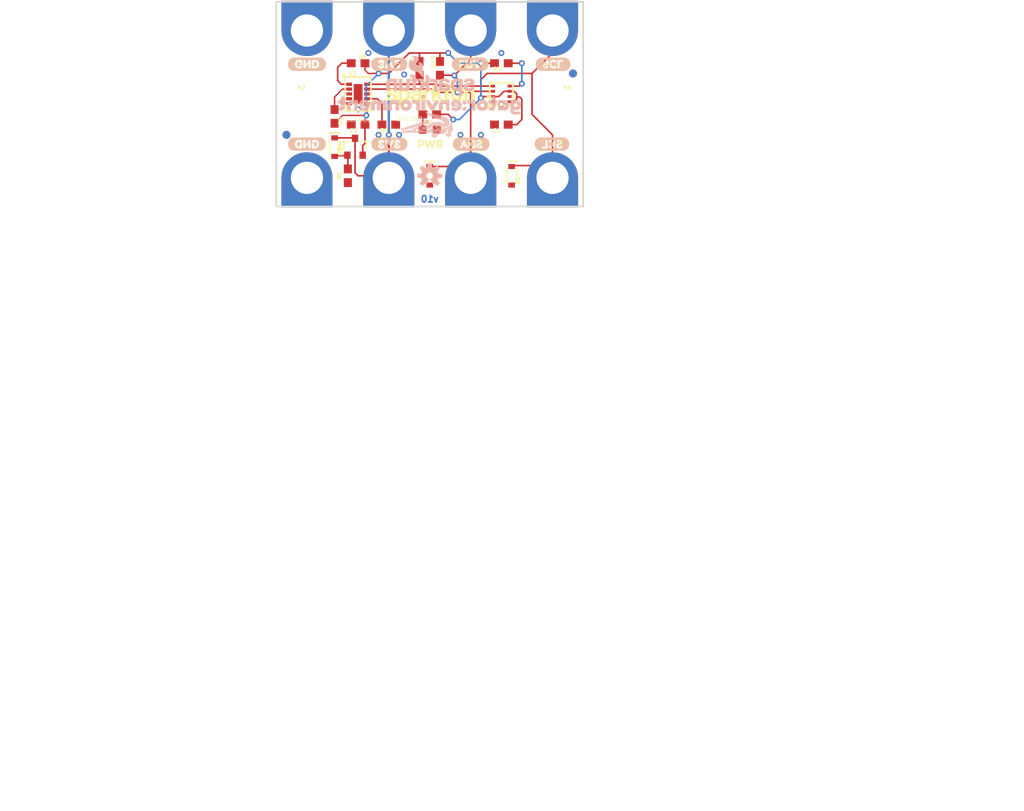
<source format=kicad_pcb>
(kicad_pcb (version 20211014) (generator pcbnew)
  (layers (0 "F.Cu" signal) (31 "B.Cu" signal) (34 "B.Paste" user) (35 "F.Paste" user) (36 "B.SilkS" user "B.Silkscreen") (37 "F.SilkS" user "F.Silkscreen") (38 "B.Mask" user) (39 "F.Mask" user) (44 "Edge.Cuts" user))
  (net 0 "")
  (net 1 "GND")
  (net 2 "SCL")
  (net 3 "SDA")
  (net 4 "3.3V")
  (net 5 "~{RST}")
  (net 6 "CCS811_ADDR")
  (net 7 "~{INT}")
  (net 8 "~{WAKE}")
  (net 9 "NTC_SENSE")
  (net 10 "SDO/ADR")
  (net 11 "N$2")
  (net 12 "N$3")
  (net 13 "N$4")
  (footprint "boardEagle:SCL2" (layer "F.Cu") (at 161.4551 109.9566)
    (fp_text reference "U$3" hide)
    (fp_text value "" hide)
  )
  (footprint "boardEagle:SCL2" (layer "F.Cu") (at 166.0271 100.0506 180)
    (fp_text reference "U$6" hide)
    (fp_text value "" hide)
  )
  (footprint "boardEagle:GATOR_MINI" (layer "F.Cu") (at 163.7411 113.8936)
    (fp_text reference "J1" hide)
    (fp_text value "GATORGATOR_MINI" hide)
    (fp_poly (pts (xy 0.703108 -2.842582) (xy 1.048702 -2.743018) (xy 1.377668 -2.606756) (xy 1.689309 -2.434518) (xy 1.979705 -2.228471) (xy 2.245205 -1.991205) (xy 2.482471 -1.725705) (xy 2.688518 -1.435309) (xy 2.860756 -1.123668) (xy 2.997018 -0.794702) (xy 3.095591 -0.452549) (xy 3.155235 -0.10151) (xy 3.175 0.250437) (xy 3.175 3.937) (xy -3.175 3.937) (xy -3.175 0.246868) (xy -3.096582 -0.449108) (xy -2.997018 -0.794702) (xy -2.860756 -1.123668) (xy -2.688518 -1.435309) (xy -2.482471 -1.725705) (xy -2.245205 -1.991205) (xy -1.979705 -2.228471) (xy -1.689309 -2.434518) (xy -1.377668 -2.606756) (xy -1.048702 -2.743018) (xy -0.706549 -2.841591) (xy -0.35551 -2.901235) (xy 0.003575 -2.921401)) (layer "F.Cu") (width 0) (fill solid))
    (fp_poly (pts (xy 0.703108 -2.842582) (xy 1.048702 -2.743018) (xy 1.377668 -2.606756) (xy 1.689309 -2.434518) (xy 1.979705 -2.228471) (xy 2.245205 -1.991205) (xy 2.482471 -1.725705) (xy 2.688518 -1.435309) (xy 2.860756 -1.123668) (xy 2.997018 -0.794702) (xy 3.095591 -0.452549) (xy 3.155235 -0.10151) (xy 3.175 0.250437) (xy 3.175 3.937) (xy -3.175 3.937) (xy -3.175 0.246868) (xy -3.096582 -0.449108) (xy -2.997018 -0.794702) (xy -2.860756 -1.123668) (xy -2.688518 -1.435309) (xy -2.482471 -1.725705) (xy -2.245205 -1.991205) (xy -1.979705 -2.228471) (xy -1.689309 -2.434518) (xy -1.377668 -2.606756) (xy -1.048702 -2.743018) (xy -0.706549 -2.841591) (xy -0.35551 -2.901235) (xy 0.003575 -2.921401)) (layer "B.Cu") (width 0) (fill solid))
    (pad "P$2" thru_hole circle (at 0 0.254) (size 5.08 5.08) (drill 4.0005) (layers *.Cu *.Mask) (net 2 "SCL"))
  )
  (footprint "boardEagle:SOD-323" (layer "F.Cu") (at 158.6611 113.8936 -90)
    (fp_text reference "D1" (at 0 -0.762 90) (layer "F.SilkS") (effects (font (size 0.512064 0.512064) (thickness 0.097536)) (justify right)))
    (fp_text value "3.6V")
    (pad "A" smd rect (at 1.15 0 270) (size 0.63 0.83) (layers "F.Cu" "F.Paste" "F.Mask") (net 1 "GND"))
    (pad "C" smd rect (at -1.15 0 270) (size 0.63 0.83) (layers "F.Cu" "F.Paste" "F.Mask") (net 2 "SCL"))
  )
  (footprint "boardEagle:0603" (layer "F.Cu") (at 143.4211 107.5436 180)
    (fp_text reference "R4" (at 0 -0.762) (layer "F.SilkS") (effects (font (size 0.512064 0.512064) (thickness 0.097536)) (justify right)))
    (fp_text value "100k")
    (pad "1" smd rect (at -0.85 0 180) (size 1.1 1) (layers "F.Cu" "F.Paste" "F.Mask") (net 1 "GND"))
    (pad "2" smd rect (at 0.85 0 180) (size 1.1 1) (layers "F.Cu" "F.Paste" "F.Mask") (net 8 "~{WAKE}"))
  )
  (footprint "boardEagle:FIDUCIAL-1X2" (layer "F.Cu") (at 166.2811 101.1936)
    (fp_text reference "FD1" hide)
    (fp_text value "FIDUCIAL1X2" hide)
    (pad "1" smd roundrect (at 0 0) (size 1 1) (layers "F.Cu" "F.Mask") (roundrect_rratio 0.5))
  )
  (footprint "boardEagle:SOD-323" (layer "F.Cu") (at 136.6901 110.3376 -90)
    (fp_text reference "D3" (at 0 -0.762 90) (layer "F.SilkS") (effects (font (size 0.512064 0.512064) (thickness 0.097536)) (justify right)))
    (fp_text value "3.6V")
    (pad "A" smd rect (at 1.15 0 270) (size 0.63 0.83) (layers "F.Cu" "F.Paste" "F.Mask") (net 13 "N$4"))
    (pad "C" smd rect (at -1.15 0 270) (size 0.63 0.83) (layers "F.Cu" "F.Paste" "F.Mask") (net 12 "N$3"))
  )
  (footprint "boardEagle:0603" (layer "F.Cu") (at 139.6111 99.9236)
    (fp_text reference "R6" (at 0 -0.762) (layer "F.SilkS") (effects (font (size 0.512064 0.512064) (thickness 0.097536)) (justify left)))
    (fp_text value "100k")
    (pad "1" smd rect (at -0.85 0) (size 1.1 1) (layers "F.Cu" "F.Paste" "F.Mask") (net 6 "CCS811_ADDR"))
    (pad "2" smd rect (at 0.85 0) (size 1.1 1) (layers "F.Cu" "F.Paste" "F.Mask") (net 4 "3.3V"))
  )
  (footprint "boardEagle:3V33" (layer "F.Cu") (at 141.1351 109.9566)
    (fp_text reference "U$1" hide)
    (fp_text value "" hide)
  )
  (footprint "boardEagle:PWR0" (layer "F.Cu") (at 146.0881 109.9566)
    (fp_text reference "U$18" hide)
    (fp_text value "" hide)
  )
  (footprint "boardEagle:SDA1" (layer "F.Cu") (at 151.2951 109.9566)
    (fp_text reference "U$4" hide)
    (fp_text value "" hide)
  )
  (footprint "boardEagle:GATOR_MINI" (layer "F.Cu") (at 153.5811 113.8936)
    (fp_text reference "J2" hide)
    (fp_text value "GATORGATOR_MINI" hide)
    (fp_poly (pts (xy 0.703108 -2.842582) (xy 1.048702 -2.743018) (xy 1.377668 -2.606756) (xy 1.689309 -2.434518) (xy 1.979705 -2.228471) (xy 2.245205 -1.991205) (xy 2.482471 -1.725705) (xy 2.688518 -1.435309) (xy 2.860756 -1.123668) (xy 2.997018 -0.794702) (xy 3.095591 -0.452549) (xy 3.155235 -0.10151) (xy 3.175 0.250437) (xy 3.175 3.937) (xy -3.175 3.937) (xy -3.175 0.246868) (xy -3.096582 -0.449108) (xy -2.997018 -0.794702) (xy -2.860756 -1.123668) (xy -2.688518 -1.435309) (xy -2.482471 -1.725705) (xy -2.245205 -1.991205) (xy -1.979705 -2.228471) (xy -1.689309 -2.434518) (xy -1.377668 -2.606756) (xy -1.048702 -2.743018) (xy -0.706549 -2.841591) (xy -0.35551 -2.901235) (xy 0.003575 -2.921401)) (layer "F.Cu") (width 0) (fill solid))
    (fp_poly (pts (xy 0.703108 -2.842582) (xy 1.048702 -2.743018) (xy 1.377668 -2.606756) (xy 1.689309 -2.434518) (xy 1.979705 -2.228471) (xy 2.245205 -1.991205) (xy 2.482471 -1.725705) (xy 2.688518 -1.435309) (xy 2.860756 -1.123668) (xy 2.997018 -0.794702) (xy 3.095591 -0.452549) (xy 3.155235 -0.10151) (xy 3.175 0.250437) (xy 3.175 3.937) (xy -3.175 3.937) (xy -3.175 0.246868) (xy -3.096582 -0.449108) (xy -2.997018 -0.794702) (xy -2.860756 -1.123668) (xy -2.688518 -1.435309) (xy -2.482471 -1.725705) (xy -2.245205 -1.991205) (xy -1.979705 -2.228471) (xy -1.689309 -2.434518) (xy -1.377668 -2.606756) (xy -1.048702 -2.743018) (xy -0.706549 -2.841591) (xy -0.35551 -2.901235) (xy 0.003575 -2.921401)) (layer "B.Cu") (width 0) (fill solid))
    (pad "P$2" thru_hole circle (at 0 0.254) (size 5.08 5.08) (drill 4.0005) (layers *.Cu *.Mask) (net 3 "SDA"))
  )
  (footprint "boardEagle:GATOR_MINI" (layer "F.Cu") (at 143.4211 113.8936)
    (fp_text reference "J3" hide)
    (fp_text value "GATORGATOR_MINI" hide)
    (fp_poly (pts (xy 0.703108 -2.842582) (xy 1.048702 -2.743018) (xy 1.377668 -2.606756) (xy 1.689309 -2.434518) (xy 1.979705 -2.228471) (xy 2.245205 -1.991205) (xy 2.482471 -1.725705) (xy 2.688518 -1.435309) (xy 2.860756 -1.123668) (xy 2.997018 -0.794702) (xy 3.095591 -0.452549) (xy 3.155235 -0.10151) (xy 3.175 0.250437) (xy 3.175 3.937) (xy -3.175 3.937) (xy -3.175 0.246868) (xy -3.096582 -0.449108) (xy -2.997018 -0.794702) (xy -2.860756 -1.123668) (xy -2.688518 -1.435309) (xy -2.482471 -1.725705) (xy -2.245205 -1.991205) (xy -1.979705 -2.228471) (xy -1.689309 -2.434518) (xy -1.377668 -2.606756) (xy -1.048702 -2.743018) (xy -0.706549 -2.841591) (xy -0.35551 -2.901235) (xy 0.003575 -2.921401)) (layer "F.Cu") (width 0) (fill solid))
    (fp_poly (pts (xy 0.703108 -2.842582) (xy 1.048702 -2.743018) (xy 1.377668 -2.606756) (xy 1.689309 -2.434518) (xy 1.979705 -2.228471) (xy 2.245205 -1.991205) (xy 2.482471 -1.725705) (xy 2.688518 -1.435309) (xy 2.860756 -1.123668) (xy 2.997018 -0.794702) (xy 3.095591 -0.452549) (xy 3.155235 -0.10151) (xy 3.175 0.250437) (xy 3.175 3.937) (xy -3.175 3.937) (xy -3.175 0.246868) (xy -3.096582 -0.449108) (xy -2.997018 -0.794702) (xy -2.860756 -1.123668) (xy -2.688518 -1.435309) (xy -2.482471 -1.725705) (xy -2.245205 -1.991205) (xy -1.979705 -2.228471) (xy -1.689309 -2.434518) (xy -1.377668 -2.606756) (xy -1.048702 -2.743018) (xy -0.706549 -2.841591) (xy -0.35551 -2.901235) (xy 0.003575 -2.921401)) (layer "B.Cu") (width 0) (fill solid))
    (pad "P$2" thru_hole circle (at 0 0.254) (size 5.08 5.08) (drill 4.0005) (layers *.Cu *.Mask) (net 12 "N$3"))
  )
  (footprint "boardEagle:GATOR_MINI" (layer "F.Cu") (at 133.2611 113.8936)
    (fp_text reference "J4" hide)
    (fp_text value "GATORGATOR_MINI" hide)
    (fp_poly (pts (xy 0.703108 -2.842582) (xy 1.048702 -2.743018) (xy 1.377668 -2.606756) (xy 1.689309 -2.434518) (xy 1.979705 -2.228471) (xy 2.245205 -1.991205) (xy 2.482471 -1.725705) (xy 2.688518 -1.435309) (xy 2.860756 -1.123668) (xy 2.997018 -0.794702) (xy 3.095591 -0.452549) (xy 3.155235 -0.10151) (xy 3.175 0.250437) (xy 3.175 3.937) (xy -3.175 3.937) (xy -3.175 0.246868) (xy -3.096582 -0.449108) (xy -2.997018 -0.794702) (xy -2.860756 -1.123668) (xy -2.688518 -1.435309) (xy -2.482471 -1.725705) (xy -2.245205 -1.991205) (xy -1.979705 -2.228471) (xy -1.689309 -2.434518) (xy -1.377668 -2.606756) (xy -1.048702 -2.743018) (xy -0.706549 -2.841591) (xy -0.35551 -2.901235) (xy 0.003575 -2.921401)) (layer "F.Cu") (width 0) (fill solid))
    (fp_poly (pts (xy 0.703108 -2.842582) (xy 1.048702 -2.743018) (xy 1.377668 -2.606756) (xy 1.689309 -2.434518) (xy 1.979705 -2.228471) (xy 2.245205 -1.991205) (xy 2.482471 -1.725705) (xy 2.688518 -1.435309) (xy 2.860756 -1.123668) (xy 2.997018 -0.794702) (xy 3.095591 -0.452549) (xy 3.155235 -0.10151) (xy 3.175 0.250437) (xy 3.175 3.937) (xy -3.175 3.937) (xy -3.175 0.246868) (xy -3.096582 -0.449108) (xy -2.997018 -0.794702) (xy -2.860756 -1.123668) (xy -2.688518 -1.435309) (xy -2.482471 -1.725705) (xy -2.245205 -1.991205) (xy -1.979705 -2.228471) (xy -1.689309 -2.434518) (xy -1.377668 -2.606756) (xy -1.048702 -2.743018) (xy -0.706549 -2.841591) (xy -0.35551 -2.901235) (xy 0.003575 -2.921401)) (layer "B.Cu") (width 0) (fill solid))
    (pad "P$2" thru_hole circle (at 0 0.254) (size 5.08 5.08) (drill 4.0005) (layers *.Cu *.Mask) (net 1 "GND"))
  )
  (footprint "boardEagle:SOD-323" (layer "F.Cu") (at 148.5011 113.8936 -90)
    (fp_text reference "D2" (at 0 -0.762 90) (layer "F.SilkS") (effects (font (size 0.512064 0.512064) (thickness 0.097536)) (justify right)))
    (fp_text value "3.6V")
    (pad "A" smd rect (at 1.15 0 270) (size 0.63 0.83) (layers "F.Cu" "F.Paste" "F.Mask") (net 1 "GND"))
    (pad "C" smd rect (at -1.15 0 270) (size 0.63 0.83) (layers "F.Cu" "F.Paste" "F.Mask") (net 3 "SDA"))
  )
  (footprint "boardEagle:GATOR_MINI" (layer "F.Cu") (at 153.5811 96.1136 180)
    (fp_text reference "J7" hide)
    (fp_text value "GATORGATOR_MINI" hide)
    (fp_poly (pts (xy 0.703108 -2.842582) (xy 1.048702 -2.743018) (xy 1.377668 -2.606756) (xy 1.689309 -2.434518) (xy 1.979705 -2.228471) (xy 2.245205 -1.991205) (xy 2.482471 -1.725705) (xy 2.688518 -1.435309) (xy 2.860756 -1.123668) (xy 2.997018 -0.794702) (xy 3.095591 -0.452549) (xy 3.155235 -0.10151) (xy 3.175 0.250437) (xy 3.175 3.937) (xy -3.175 3.937) (xy -3.175 0.246868) (xy -3.096582 -0.449108) (xy -2.997018 -0.794702) (xy -2.860756 -1.123668) (xy -2.688518 -1.435309) (xy -2.482471 -1.725705) (xy -2.245205 -1.991205) (xy -1.979705 -2.228471) (xy -1.689309 -2.434518) (xy -1.377668 -2.606756) (xy -1.048702 -2.743018) (xy -0.706549 -2.841591) (xy -0.35551 -2.901235) (xy 0.003575 -2.921401)) (layer "F.Cu") (width 0) (fill solid))
    (fp_poly (pts (xy 0.703108 -2.842582) (xy 1.048702 -2.743018) (xy 1.377668 -2.606756) (xy 1.689309 -2.434518) (xy 1.979705 -2.228471) (xy 2.245205 -1.991205) (xy 2.482471 -1.725705) (xy 2.688518 -1.435309) (xy 2.860756 -1.123668) (xy 2.997018 -0.794702) (xy 3.095591 -0.452549) (xy 3.155235 -0.10151) (xy 3.175 0.250437) (xy 3.175 3.937) (xy -3.175 3.937) (xy -3.175 0.246868) (xy -3.096582 -0.449108) (xy -2.997018 -0.794702) (xy -2.860756 -1.123668) (xy -2.688518 -1.435309) (xy -2.482471 -1.725705) (xy -2.245205 -1.991205) (xy -1.979705 -2.228471) (xy -1.689309 -2.434518) (xy -1.377668 -2.606756) (xy -1.048702 -2.743018) (xy -0.706549 -2.841591) (xy -0.35551 -2.901235) (xy 0.003575 -2.921401)) (layer "B.Cu") (width 0) (fill solid))
    (pad "P$2" thru_hole circle (at 0 0.254 180) (size 5.08 5.08) (drill 4.0005) (layers *.Cu *.Mask) (net 3 "SDA"))
  )
  (footprint "boardEagle:GND0" (layer "F.Cu") (at 135.6741 100.0506 180)
    (fp_text reference "U$7" hide)
    (fp_text value "" hide)
  )
  (footprint "boardEagle:STAND-OFF" (layer "F.Cu") (at 131.9911 105.0036)
    (fp_text reference "H2" (at 0 -2.032) (layer "F.SilkS") (effects (font (size 0.512064 0.512064) (thickness 0.097536)) (justify left)))
    (fp_text value "STAND-OFF")
    (pad "" np_thru_hole circle (at 0 0) (size 3.302 3.302) (drill 3.302) (layers *.Cu *.Mask))
  )
  (footprint "boardEagle:GATOR_MINI" (layer "F.Cu") (at 133.2611 96.1136 180)
    (fp_text reference "J5" hide)
    (fp_text value "GATORGATOR_MINI" hide)
    (fp_poly (pts (xy 0.703108 -2.842582) (xy 1.048702 -2.743018) (xy 1.377668 -2.606756) (xy 1.689309 -2.434518) (xy 1.979705 -2.228471) (xy 2.245205 -1.991205) (xy 2.482471 -1.725705) (xy 2.688518 -1.435309) (xy 2.860756 -1.123668) (xy 2.997018 -0.794702) (xy 3.095591 -0.452549) (xy 3.155235 -0.10151) (xy 3.175 0.250437) (xy 3.175 3.937) (xy -3.175 3.937) (xy -3.175 0.246868) (xy -3.096582 -0.449108) (xy -2.997018 -0.794702) (xy -2.860756 -1.123668) (xy -2.688518 -1.435309) (xy -2.482471 -1.725705) (xy -2.245205 -1.991205) (xy -1.979705 -2.228471) (xy -1.689309 -2.434518) (xy -1.377668 -2.606756) (xy -1.048702 -2.743018) (xy -0.706549 -2.841591) (xy -0.35551 -2.901235) (xy 0.003575 -2.921401)) (layer "F.Cu") (width 0) (fill solid))
    (fp_poly (pts (xy 0.703108 -2.842582) (xy 1.048702 -2.743018) (xy 1.377668 -2.606756) (xy 1.689309 -2.434518) (xy 1.979705 -2.228471) (xy 2.245205 -1.991205) (xy 2.482471 -1.725705) (xy 2.688518 -1.435309) (xy 2.860756 -1.123668) (xy 2.997018 -0.794702) (xy 3.095591 -0.452549) (xy 3.155235 -0.10151) (xy 3.175 0.250437) (xy 3.175 3.937) (xy -3.175 3.937) (xy -3.175 0.246868) (xy -3.096582 -0.449108) (xy -2.997018 -0.794702) (xy -2.860756 -1.123668) (xy -2.688518 -1.435309) (xy -2.482471 -1.725705) (xy -2.245205 -1.991205) (xy -1.979705 -2.228471) (xy -1.689309 -2.434518) (xy -1.377668 -2.606756) (xy -1.048702 -2.743018) (xy -0.706549 -2.841591) (xy -0.35551 -2.901235) (xy 0.003575 -2.921401)) (layer "B.Cu") (width 0) (fill solid))
    (pad "P$2" thru_hole circle (at 0 0.254 180) (size 5.08 5.08) (drill 4.0005) (layers *.Cu *.Mask) (net 1 "GND"))
  )
  (footprint "boardEagle:0603" (layer "F.Cu") (at 149.7711 100.5586 90)
    (fp_text reference "R13" (at 0 -0.762 90) (layer "F.SilkS") (effects (font (size 0.512064 0.512064) (thickness 0.097536)) (justify left)))
    (fp_text value "10k")
    (pad "1" smd rect (at -0.85 0 90) (size 1.1 1) (layers "F.Cu" "F.Paste" "F.Mask") (net 3 "SDA"))
    (pad "2" smd rect (at 0.85 0 90) (size 1.1 1) (layers "F.Cu" "F.Paste" "F.Mask") (net 4 "3.3V"))
  )
  (footprint "boardEagle:SOT23-3" (layer "F.Cu") (at 139.2301 110.3376)
    (fp_text reference "Q1" (at -1.651 0 90) (layer "F.SilkS") (effects (font (size 0.48768 0.48768) (thickness 0.12192)) (justify bottom)))
    (fp_text value "2.5A/30V/105mΩ")
    (pad "1" smd rect (at -0.95 1) (size 0.8 0.9) (layers "F.Cu" "F.Paste" "F.Mask") (net 13 "N$4"))
    (pad "2" smd rect (at 0.95 1) (size 0.8 0.9) (layers "F.Cu" "F.Paste" "F.Mask") (net 4 "3.3V"))
    (pad "3" smd rect (at 0 -1.1) (size 0.8 0.9) (layers "F.Cu" "F.Paste" "F.Mask") (net 12 "N$3"))
  )
  (footprint "boardEagle:LED-0603" (layer "F.Cu") (at 148.5011 108.1786)
    (fp_text reference "D4" (at 0 -0.635) (layer "F.SilkS") (effects (font (size 0.48768 0.48768) (thickness 0.12192)) (justify bottom)))
    (fp_text value "RED")
    (pad "A" smd roundrect (at -0.877 0 270) (size 1 1) (layers "F.Cu" "F.Paste" "F.Mask") (roundrect_rratio 0.15) (net 11 "N$2"))
    (pad "C" smd roundrect (at 0.877 0 270) (size 1 1) (layers "F.Cu" "F.Paste" "F.Mask") (roundrect_rratio 0.15) (net 1 "GND"))
  )
  (footprint "boardEagle:3V33" (layer "F.Cu") (at 145.8341 100.0506 180)
    (fp_text reference "U$8" hide)
    (fp_text value "" hide)
  )
  (footprint "boardEagle:0603" (layer "F.Cu") (at 157.3911 107.5436 180)
    (fp_text reference "C1" (at 0 -0.762) (layer "F.SilkS") (effects (font (size 0.512064 0.512064) (thickness 0.097536)) (justify right)))
    (fp_text value "0.1uF")
    (pad "1" smd rect (at -0.85 0 180) (size 1.1 1) (layers "F.Cu" "F.Paste" "F.Mask") (net 4 "3.3V"))
    (pad "2" smd rect (at 0.85 0 180) (size 1.1 1) (layers "F.Cu" "F.Paste" "F.Mask") (net 1 "GND"))
  )
  (footprint "boardEagle:0603" (layer "F.Cu") (at 138.3411 113.8936 90)
    (fp_text reference "R5" (at 0 -0.762 90) (layer "F.SilkS") (effects (font (size 0.48768 0.48768) (thickness 0.12192)) (justify bottom)))
    (fp_text value "10k")
    (pad "1" smd rect (at -0.85 0 90) (size 1.1 1) (layers "F.Cu" "F.Paste" "F.Mask") (net 1 "GND"))
    (pad "2" smd rect (at 0.85 0 90) (size 1.1 1) (layers "F.Cu" "F.Paste" "F.Mask") (net 13 "N$4"))
  )
  (footprint "boardEagle:GATOR_MINI" (layer "F.Cu") (at 143.4211 96.1136 180)
    (fp_text reference "J6" hide)
    (fp_text value "GATORGATOR_MINI" hide)
    (fp_poly (pts (xy 0.703108 -2.842582) (xy 1.048702 -2.743018) (xy 1.377668 -2.606756) (xy 1.689309 -2.434518) (xy 1.979705 -2.228471) (xy 2.245205 -1.991205) (xy 2.482471 -1.725705) (xy 2.688518 -1.435309) (xy 2.860756 -1.123668) (xy 2.997018 -0.794702) (xy 3.095591 -0.452549) (xy 3.155235 -0.10151) (xy 3.175 0.250437) (xy 3.175 3.937) (xy -3.175 3.937) (xy -3.175 0.246868) (xy -3.096582 -0.449108) (xy -2.997018 -0.794702) (xy -2.860756 -1.123668) (xy -2.688518 -1.435309) (xy -2.482471 -1.725705) (xy -2.245205 -1.991205) (xy -1.979705 -2.228471) (xy -1.689309 -2.434518) (xy -1.377668 -2.606756) (xy -1.048702 -2.743018) (xy -0.706549 -2.841591) (xy -0.35551 -2.901235) (xy 0.003575 -2.921401)) (layer "F.Cu") (width 0) (fill solid))
    (fp_poly (pts (xy 0.703108 -2.842582) (xy 1.048702 -2.743018) (xy 1.377668 -2.606756) (xy 1.689309 -2.434518) (xy 1.979705 -2.228471) (xy 2.245205 -1.991205) (xy 2.482471 -1.725705) (xy 2.688518 -1.435309) (xy 2.860756 -1.123668) (xy 2.997018 -0.794702) (xy 3.095591 -0.452549) (xy 3.155235 -0.10151) (xy 3.175 0.250437) (xy 3.175 3.937) (xy -3.175 3.937) (xy -3.175 0.246868) (xy -3.096582 -0.449108) (xy -2.997018 -0.794702) (xy -2.860756 -1.123668) (xy -2.688518 -1.435309) (xy -2.482471 -1.725705) (xy -2.245205 -1.991205) (xy -1.979705 -2.228471) (xy -1.689309 -2.434518) (xy -1.377668 -2.606756) (xy -1.048702 -2.743018) (xy -0.706549 -2.841591) (xy -0.35551 -2.901235) (xy 0.003575 -2.921401)) (layer "B.Cu") (width 0) (fill solid))
    (pad "P$2" thru_hole circle (at 0 0.254 180) (size 5.08 5.08) (drill 4.0005) (layers *.Cu *.Mask) (net 12 "N$3"))
  )
  (footprint "boardEagle:FIDUCIAL-1X2" (layer "F.Cu") (at 130.7211 108.8136)
    (fp_text reference "FD2" hide)
    (fp_text value "FIDUCIAL1X2" hide)
    (pad "1" smd roundrect (at 0 0) (size 1 1) (layers "F.Cu" "F.Mask") (roundrect_rratio 0.5))
  )
  (footprint "boardEagle:0603" (layer "F.Cu") (at 147.2311 100.5586 90)
    (fp_text reference "R14" (at 0 -0.762 90) (layer "F.SilkS") (effects (font (size 0.512064 0.512064) (thickness 0.097536)) (justify left)))
    (fp_text value "10k")
    (pad "1" smd rect (at -0.85 0 90) (size 1.1 1) (layers "F.Cu" "F.Paste" "F.Mask") (net 2 "SCL"))
    (pad "2" smd rect (at 0.85 0 90) (size 1.1 1) (layers "F.Cu" "F.Paste" "F.Mask") (net 4 "3.3V"))
  )
  (footprint "boardEagle:GATOR_MINI" (layer "F.Cu") (at 163.7411 96.1136 180)
    (fp_text reference "J8" hide)
    (fp_text value "GATORGATOR_MINI" hide)
    (fp_poly (pts (xy 0.703108 -2.842582) (xy 1.048702 -2.743018) (xy 1.377668 -2.606756) (xy 1.689309 -2.434518) (xy 1.979705 -2.228471) (xy 2.245205 -1.991205) (xy 2.482471 -1.725705) (xy 2.688518 -1.435309) (xy 2.860756 -1.123668) (xy 2.997018 -0.794702) (xy 3.095591 -0.452549) (xy 3.155235 -0.10151) (xy 3.175 0.250437) (xy 3.175 3.937) (xy -3.175 3.937) (xy -3.175 0.246868) (xy -3.096582 -0.449108) (xy -2.997018 -0.794702) (xy -2.860756 -1.123668) (xy -2.688518 -1.435309) (xy -2.482471 -1.725705) (xy -2.245205 -1.991205) (xy -1.979705 -2.228471) (xy -1.689309 -2.434518) (xy -1.377668 -2.606756) (xy -1.048702 -2.743018) (xy -0.706549 -2.841591) (xy -0.35551 -2.901235) (xy 0.003575 -2.921401)) (layer "F.Cu") (width 0) (fill solid))
    (fp_poly (pts (xy 0.703108 -2.842582) (xy 1.048702 -2.743018) (xy 1.377668 -2.606756) (xy 1.689309 -2.434518) (xy 1.979705 -2.228471) (xy 2.245205 -1.991205) (xy 2.482471 -1.725705) (xy 2.688518 -1.435309) (xy 2.860756 -1.123668) (xy 2.997018 -0.794702) (xy 3.095591 -0.452549) (xy 3.155235 -0.10151) (xy 3.175 0.250437) (xy 3.175 3.937) (xy -3.175 3.937) (xy -3.175 0.246868) (xy -3.096582 -0.449108) (xy -2.997018 -0.794702) (xy -2.860756 -1.123668) (xy -2.688518 -1.435309) (xy -2.482471 -1.725705) (xy -2.245205 -1.991205) (xy -1.979705 -2.228471) (xy -1.689309 -2.434518) (xy -1.377668 -2.606756) (xy -1.048702 -2.743018) (xy -0.706549 -2.841591) (xy -0.35551 -2.901235) (xy 0.003575 -2.921401)) (layer "B.Cu") (width 0) (fill solid))
    (pad "P$2" thru_hole circle (at 0 0.254 180) (size 5.08 5.08) (drill 4.0005) (layers *.Cu *.Mask) (net 2 "SCL"))
  )
  (footprint "boardEagle:SDA1" (layer "F.Cu") (at 155.8671 100.0506 180)
    (fp_text reference "U$5" hide)
    (fp_text value "" hide)
  )
  (footprint "boardEagle:GND0" (layer "F.Cu") (at 130.8481 109.9566)
    (fp_text reference "U$2" hide)
    (fp_text value "" hide)
  )
  (footprint "boardEagle:LGA-8-2.5X2.5" (layer "F.Cu") (at 157.3911 103.7336 90)
    (fp_text reference "U3" (at -1.27 -1.524 90) (layer "F.SilkS") (effects (font (size 0.512064 0.512064) (thickness 0.097536)) (justify left)))
    (fp_text value "BME280")
    (pad "1" smd rect (at -0.975 -1.025 180) (size 0.5 0.35) (layers "F.Cu" "F.Paste" "F.Mask") (net 1 "GND"))
    (pad "2" smd rect (at -0.325 -1.025 180) (size 0.5 0.35) (layers "F.Cu" "F.Paste" "F.Mask") (net 4 "3.3V"))
    (pad "3" smd rect (at 0.325 -1.025 180) (size 0.5 0.35) (layers "F.Cu" "F.Paste" "F.Mask") (net 3 "SDA"))
    (pad "4" smd rect (at 0.975 -1.025 180) (size 0.5 0.35) (layers "F.Cu" "F.Paste" "F.Mask") (net 2 "SCL"))
    (pad "5" smd rect (at 0.975 1.025 180) (size 0.5 0.35) (layers "F.Cu" "F.Paste" "F.Mask") (net 10 "SDO/ADR"))
    (pad "6" smd rect (at 0.325 1.025 180) (size 0.5 0.35) (layers "F.Cu" "F.Paste" "F.Mask") (net 4 "3.3V"))
    (pad "7" smd rect (at -0.325 1.025 180) (size 0.5 0.35) (layers "F.Cu" "F.Paste" "F.Mask") (net 1 "GND"))
    (pad "8" smd rect (at -0.975 1.025 180) (size 0.5 0.35) (layers "F.Cu" "F.Paste" "F.Mask") (net 4 "3.3V"))
  )
  (footprint "boardEagle:LGA10" (layer "F.Cu") (at 139.6111 103.7336)
    (fp_text reference "U2" (at -1.27 -2.54) (layer "F.SilkS") (effects (font (size 0.512064 0.512064) (thickness 0.097536)) (justify left)))
    (fp_text value "CCS811")
    (pad "1" smd rect (at -1.1 -1.2) (size 0.7 0.4) (layers "F.Cu" "F.Paste" "F.Mask") (net 6 "CCS811_ADDR"))
    (pad "2" smd rect (at -1.1 -0.6) (size 0.7 0.4) (layers "F.Cu" "F.Paste" "F.Mask") (net 5 "~{RST}"))
    (pad "3" smd rect (at -1.1 0) (size 0.7 0.4) (layers "F.Cu" "F.Paste" "F.Mask") (net 7 "~{INT}"))
    (pad "4" smd rect (at -1.1 0.6) (size 0.7 0.4) (layers "F.Cu" "F.Paste" "F.Mask") (net 9 "NTC_SENSE"))
    (pad "5" smd rect (at -1.1 1.2) (size 0.7 0.4) (layers "F.Cu" "F.Paste" "F.Mask") (net 9 "NTC_SENSE"))
    (pad "6" smd rect (at 1.1 1.2 180) (size 0.7 0.4) (layers "F.Cu" "F.Paste" "F.Mask") (net 4 "3.3V"))
    (pad "7" smd rect (at 1.1 0.6 180) (size 0.7 0.4) (layers "F.Cu" "F.Paste" "F.Mask") (net 8 "~{WAKE}"))
    (pad "8" smd rect (at 1.1 0 180) (size 0.7 0.4) (layers "F.Cu" "F.Paste" "F.Mask"))
    (pad "9" smd rect (at 1.1 -0.6 180) (size 0.7 0.4) (layers "F.Cu" "F.Paste" "F.Mask") (net 3 "SDA"))
    (pad "10" smd rect (at 1.1 -1.2 180) (size 0.7 0.4) (layers "F.Cu" "F.Paste" "F.Mask") (net 2 "SCL"))
    (pad "EP" smd rect (at 0 0) (size 1.1 2.45) (layers "F.Cu") (net 1 "GND"))
  )
  (footprint "boardEagle:SFE_LOGO_NAME_.1" (layer "F.Cu") (at 148.6281 104.01935)
    (fp_text reference "LOGO1" hide)
    (fp_text value "SFE_LOGO_NAME.1_INCH" hide)
  )
  (footprint "boardEagle:STAND-OFF" (layer "F.Cu") (at 165.0111 105.0036)
    (fp_text reference "H4" (at 0 -2.032) (layer "F.SilkS") (effects (font (size 0.512064 0.512064) (thickness 0.097536)) (justify left)))
    (fp_text value "STAND-OFF")
    (pad "" np_thru_hole circle (at 0 0) (size 3.302 3.302) (drill 3.302) (layers *.Cu *.Mask))
  )
  (footprint "boardEagle:ORDERING_INSTRUCTIONS" (layer "F.Cu") (at 120.5611 141.8336)
    (fp_text reference "U$24" hide)
    (fp_text value "" hide)
  )
  (footprint "boardEagle:0603" (layer "F.Cu") (at 148.5011 106.2736)
    (fp_text reference "R1" (at 0 -0.762) (layer "F.SilkS") (effects (font (size 0.48768 0.48768) (thickness 0.12192)) (justify bottom)))
    (fp_text value "1k")
    (pad "1" smd rect (at -0.85 0) (size 1.1 1) (layers "F.Cu" "F.Paste" "F.Mask") (net 11 "N$2"))
    (pad "2" smd rect (at 0.85 0) (size 1.1 1) (layers "F.Cu" "F.Paste" "F.Mask") (net 4 "3.3V"))
  )
  (footprint "boardEagle:CREATIVE_COMMONS" (layer "F.Cu") (at 115.4811 139.2936)
    (fp_text reference "FRAME1" hide)
    (fp_text value "FRAME-LETTER" hide)
  )
  (footprint "boardEagle:0603" (layer "F.Cu") (at 136.6901 106.5276 -90)
    (fp_text reference "R2" (at 0 -0.762 90) (layer "F.SilkS") (effects (font (size 0.512064 0.512064) (thickness 0.097536)) (justify right)))
    (fp_text value "4.7k")
    (pad "1" smd rect (at -0.85 0 270) (size 1.1 1) (layers "F.Cu" "F.Paste" "F.Mask") (net 5 "~{RST}"))
    (pad "2" smd rect (at 0.85 0 270) (size 1.1 1) (layers "F.Cu" "F.Paste" "F.Mask") (net 4 "3.3V"))
  )
  (footprint "boardEagle:0603" (layer "F.Cu") (at 157.3911 99.9236 180)
    (fp_text reference "R3" (at 0 -0.762) (layer "F.SilkS") (effects (font (size 0.512064 0.512064) (thickness 0.097536)) (justify right)))
    (fp_text value "100k")
    (pad "1" smd rect (at -0.85 0 180) (size 1.1 1) (layers "F.Cu" "F.Paste" "F.Mask") (net 10 "SDO/ADR"))
    (pad "2" smd rect (at 0.85 0 180) (size 1.1 1) (layers "F.Cu" "F.Paste" "F.Mask") (net 4 "3.3V"))
  )
  (footprint "boardEagle:0603" (layer "F.Cu") (at 139.6111 107.5436 180)
    (fp_text reference "C2" (at 0 -0.762) (layer "F.SilkS") (effects (font (size 0.512064 0.512064) (thickness 0.097536)) (justify right)))
    (fp_text value "1.0uF")
    (pad "1" smd rect (at -0.85 0 180) (size 1.1 1) (layers "F.Cu" "F.Paste" "F.Mask") (net 4 "3.3V"))
    (pad "2" smd rect (at 0.85 0 180) (size 1.1 1) (layers "F.Cu" "F.Paste" "F.Mask") (net 1 "GND"))
  )
  (footprint "boardEagle:GND0" (layer "B.Cu") (at 130.8481 100.0506)
    (fp_text reference "U$20" hide)
    (fp_text value "" hide)
  )
  (footprint "boardEagle:FIDUCIAL-1X2" (layer "B.Cu") (at 166.2811 101.1936 180)
    (fp_text reference "FD4" hide)
    (fp_text value "FIDUCIAL1X2" hide)
    (pad "1" smd roundrect (at 0 0 180) (size 1 1) (layers "B.Cu" "B.Mask") (roundrect_rratio 0.5))
  )
  (footprint "boardEagle:OSHW-LOGO-S" (layer "B.Cu") (at 148.5011 113.8936 180)
    (fp_text reference "LOGO4" hide)
    (fp_text value "OSHW-LOGOS" hide)
  )
  (footprint "boardEagle:3V33" (layer "B.Cu") (at 141.1351 100.0506)
    (fp_text reference "U$21" hide)
    (fp_text value "" hide)
  )
  (footprint "boardEagle:SDA1" (layer "B.Cu") (at 151.1681 100.0506)
    (fp_text reference "U$22" hide)
    (fp_text value "" hide)
  )
  (footprint "boardEagle:SCL2" (layer "B.Cu") (at 165.9001 109.9566 180)
    (fp_text reference "U$14" hide)
    (fp_text value "" hide)
  )
  (footprint "boardEagle:GND0" (layer "B.Cu") (at 135.6741 109.9566 180)
    (fp_text reference "U$15" hide)
    (fp_text value "" hide)
  )
  (footprint "boardEagle:FIDUCIAL-1X2" (layer "B.Cu") (at 130.7211 108.8136 180)
    (fp_text reference "FD3" hide)
    (fp_text value "FIDUCIAL1X2" hide)
    (pad "1" smd roundrect (at 0 0 180) (size 1 1) (layers "B.Cu" "B.Mask") (roundrect_rratio 0.5))
  )
  (footprint "boardEagle:GATOR#ENVIRONMENT0" (layer "B.Cu") (at 161.4551 104.8766 180)
    (fp_text reference "U$25" hide)
    (fp_text value "" hide)
  )
  (footprint "boardEagle:SDA1" (layer "B.Cu") (at 155.9941 109.9566 180)
    (fp_text reference "U$13" hide)
    (fp_text value "" hide)
  )
  (footprint "boardEagle:GATORBIT_FINAL_FOR_SILK#01#PNG" (layer "B.Cu") (at 148.1201 107.5436 180)
    (fp_text reference "U$19" hide)
    (fp_text value "" hide)
  )
  (footprint "boardEagle:SCL2" (layer "B.Cu") (at 161.5821 100.0506)
    (fp_text reference "U$23" hide)
    (fp_text value "" hide)
  )
  (footprint "boardEagle:3V33" (layer "B.Cu") (at 145.8341 109.9566 180)
    (fp_text reference "U$16" hide)
    (fp_text value "" hide)
  )
  (footprint "boardEagle:SFE_LOGO_NAME_FLAME_.1" (layer "B.Cu") (at 148.5011 102.7176 180)
    (fp_text reference "LOGO2" hide)
    (fp_text value "SFE_LOGO_NAME_FLAME.1_INCH" hide)
  )
  (gr_line (start 129.4511 92.3036) (end 167.5511 92.3036) (layer "Edge.Cuts") (width 0.2032))
  (gr_line (start 167.5511 92.3036) (end 167.5511 117.7036) (layer "Edge.Cuts") (width 0.2032))
  (gr_line (start 167.5511 117.7036) (end 129.4511 117.7036) (layer "Edge.Cuts") (width 0.2032))
  (gr_line (start 129.4511 117.7036) (end 129.4511 92.3036) (layer "Edge.Cuts") (width 0.2032))
  (gr_text "v10" (at 148.5011 116.78285) (layer "B.Cu") (effects (font (size 0.8128 0.8128) (thickness 0.2032)) (justify mirror)))
  (gr_text "BME280" (at 144.3101 107.1626) (layer "F.SilkS") (effects (font (size 0.560832 0.560832) (thickness 0.048768)) (justify left bottom)))
  (gr_text "CCS811" (at 137.9601 107.2896) (layer "F.SilkS") (effects (font (size 0.560832 0.560832) (thickness 0.048768)) (justify left bottom)))
  (via (at 142.1511 108.8136) (size 0.7366) (drill 0.381) (layers "F.Cu" "B.Cu") (net 1))
  (via (at 154.8511 108.8136) (size 0.7366) (drill 0.381) (layers "F.Cu" "B.Cu") (net 1))
  (via (at 140.8811 98.6536) (size 0.7366) (drill 0.381) (layers "F.Cu" "B.Cu") (net 1))
  (via (at 152.3111 108.8136) (size 0.7366) (drill 0.381) (layers "F.Cu" "B.Cu") (net 1))
  (via (at 145.3261 101.3206) (size 0.7366) (drill 0.381) (layers "F.Cu" "B.Cu") (net 1))
  (via (at 144.6911 108.8136) (size 0.7366) (drill 0.381) (layers "F.Cu" "B.Cu") (net 1))
  (via (at 157.3911 98.6536) (size 0.7366) (drill 0.381) (layers "F.Cu" "B.Cu") (net 1))
  (via (at 157.3911 105.0036) (size 0.7366) (drill 0.381) (layers "F.Cu" "B.Cu") (net 1))
  (via (at 139.6111 105.6386) (size 0.7366) (drill 0.381) (layers "F.Cu" "B.Cu") (net 1))
  (segment (start 158.6611 112.7436) (end 158.7811 112.6236) (width 0.2032) (layer "F.Cu") (net 2))
  (segment (start 149.6851 102.7586) (end 149.4601 102.5336) (width 0.2032) (layer "F.Cu") (net 2))
  (segment (start 161.2011 106.2736) (end 161.8361 106.9086) (width 0.2032) (layer "F.Cu") (net 2))
  (segment (start 155.6131 101.1936) (end 161.2011 101.1936) (width 0.2032) (layer "F.Cu") (net 2))
  (segment (start 163.7411 98.6536) (end 161.2011 101.1936) (width 0.2032) (layer "F.Cu") (net 2))
  (segment (start 163.7411 114.1476) (end 163.7411 112.6236) (width 0.2032) (layer "F.Cu") (net 2))
  (segment (start 156.3661 102.7586) (end 154.8511 102.7586) (width 0.2032) (layer "F.Cu") (net 2))
  (segment (start 163.7411 95.8596) (end 163.7411 98.6536) (width 0.2032) (layer "F.Cu") (net 2))
  (segment (start 154.8511 102.7586) (end 154.8511 101.9556) (width 0.2032) (layer "F.Cu") (net 2))
  (segment (start 154.8511 102.7586) (end 149.6851 102.7586) (width 0.2032) (layer "F.Cu") (net 2))
  (segment (start 147.2311 101.4086) (end 147.2311 102.5336) (width 0.2032) (layer "F.Cu") (net 2))
  (segment (start 163.7411 112.6236) (end 163.7411 108.8136) (width 0.2032) (layer "F.Cu") (net 2))
  (segment (start 147.2311 102.5336) (end 140.7111 102.5336) (width 0.2032) (layer "F.Cu") (net 2))
  (segment (start 161.2011 101.1936) (end 161.2011 106.2736) (width 0.2032) (layer "F.Cu") (net 2))
  (segment (start 158.7811 112.6236) (end 163.7411 112.6236) (width 0.2032) (layer "F.Cu") (net 2))
  (segment (start 163.7411 108.8136) (end 161.8361 106.9086) (width 0.2032) (layer "F.Cu") (net 2))
  (segment (start 149.4601 102.5336) (end 147.2311 102.5336) (width 0.2032) (layer "F.Cu") (net 2))
  (segment (start 154.8511 101.9556) (end 155.6131 101.1936) (width 0.2032) (layer "F.Cu") (net 2))
  (segment (start 153.5811 108.8136) (end 153.5811 103.5356) (width 0.2032) (layer "F.Cu") (net 3))
  (segment (start 149.5031 103.5356) (end 149.1011 103.1336) (width 0.2032) (layer "F.Cu") (net 3))
  (segment (start 151.9301 103.5356) (end 149.5031 103.5356) (width 0.2032) (layer "F.Cu") (net 3))
  (segment (start 153.5811 114.1476) (end 153.5811 108.8136) (width 0.2032) (layer "F.Cu") (net 3))
  (segment (start 153.7081 103.4086) (end 156.3661 103.4086) (width 0.2032) (layer "F.Cu") (net 3))
  (segment (start 151.5491 101.4476) (end 153.5811 99.4156) (width 0.2032) (layer "F.Cu") (net 3))
  (segment (start 153.5811 103.5356) (end 153.7081 103.4086) (width 0.2032) (layer "F.Cu") (net 3))
  (segment (start 153.5811 98.6536) (end 153.5811 95.8596) (width 0.2032) (layer "F.Cu") (net 3))
  (segment (start 149.7711 101.4086) (end 151.5101 101.4086) (width 0.2032) (layer "F.Cu") (net 3))
  (segment (start 151.5101 101.4086) (end 151.5491 101.4476) (width 0.2032) (layer "F.Cu") (net 3))
  (segment (start 149.1011 103.1336) (end 140.7111 103.1336) (width 0.2032) (layer "F.Cu") (net 3))
  (segment (start 152.1771 112.7436) (end 148.5011 112.7436) (width 0.2032) (layer "F.Cu") (net 3))
  (segment (start 153.5811 114.1476) (end 152.1771 112.7436) (width 0.2032) (layer "F.Cu") (net 3))
  (segment (start 153.5811 103.5356) (end 151.9301 103.5356) (width 0.2032) (layer "F.Cu") (net 3))
  (segment (start 153.5811 99.4156) (end 153.5811 98.6536) (width 0.2032) (layer "F.Cu") (net 3))
  (via (at 151.5491 101.4476) (size 0.7366) (drill 0.381) (layers "F.Cu" "B.Cu") (net 3))
  (via (at 151.9301 103.5356) (size 0.7366) (drill 0.381) (layers "F.Cu" "B.Cu") (net 3))
  (segment (start 151.5491 101.4476) (end 151.9301 101.8286) (width 0.2032) (layer "B.Cu") (net 3))
  (segment (start 151.9301 101.8286) (end 151.9301 103.5356) (width 0.2032) (layer "B.Cu") (net 3))
  (segment (start 143.4211 101.1936) (end 145.9611 98.6536) (width 0.2032) (layer "F.Cu") (net 4))
  (segment (start 157.7161 103.4086) (end 158.4161 103.4086) (width 0.2032) (layer "F.Cu") (net 4))
  (segment (start 159.9311 106.9086) (end 159.9311 104.3686) (width 0.2032) (layer "F.Cu") (net 4))
  (segment (start 140.8811 101.1936) (end 140.4611 100.7736) (width 0.1778) (layer "F.Cu") (net 4))
  (segment (start 158.2411 107.5436) (end 159.2961 107.5436) (width 0.2032) (layer "F.Cu") (net 4))
  (segment (start 149.7711 99.7086) (end 149.7711 98.6536) (width 0.2032) (layer "F.Cu") (net 4))
  (segment (start 156.3661 104.0586) (end 157.0661 104.0586) (width 0.2032) (layer "F.Cu") (net 4))
  (segment (start 140.1801 110.1496) (end 140.1801 111.3376) (width 0.2032) (layer "F.Cu") (net 4))
  (segment (start 140.4611 100.7736) (end 140.4611 99.9236) (width 0.1778) (layer "F.Cu") (net 4))
  (segment (start 157.0661 104.0586) (end 157.7161 103.4086) (width 0.2032) (layer "F.Cu") (net 4))
  (segment (start 140.4611 107.5436) (end 140.4611 109.8686) (width 0.2032) (layer "F.Cu") (net 4))
  (segment (start 154.8511 99.9236) (end 156.5411 99.9236) (width 0.2032) (layer "F.Cu") (net 4))
  (segment (start 140.7111 106.3166) (end 140.6271 106.4006) (width 0.2032) (layer "F.Cu") (net 4))
  (segment (start 145.9611 98.6536) (end 147.2311 98.6536) (width 0.2032) (layer "F.Cu") (net 4))
  (segment (start 140.4611 106.5666) (end 140.4611 107.5436) (width 0.2032) (layer "F.Cu") (net 4))
  (segment (start 151.4221 106.9086) (end 150.7871 106.2736) (width 0.2032) (layer "F.Cu") (net 4))
  (segment (start 140.6271 106.4006) (end 140.4611 106.5666) (width 0.2032) (layer "F.Cu") (net 4))
  (segment (start 140.7111 104.9336) (end 140.7111 106.3166) (width 0.2032) (layer "F.Cu") (net 4))
  (segment (start 158.9711 103.4086) (end 159.2961 103.7336) (width 0.2032) (layer "F.Cu") (net 4))
  (segment (start 142.1511 101.1936) (end 140.8811 101.1936) (width 0.1778) (layer "F.Cu") (net 4))
  (segment (start 147.2311 98.6536) (end 149.7711 98.6536) (width 0.2032) (layer "F.Cu") (net 4))
  (segment (start 137.6671 106.4006) (end 136.6901 107.3776) (width 0.1778) (layer "F.Cu") (net 4))
  (segment (start 158.9711 103.4086) (end 158.4161 103.4086) (width 0.2032) (layer "F.Cu") (net 4))
  (segment (start 159.9311 104.3686) (end 159.6771 104.1146) (width 0.2032) (layer "F.Cu") (net 4))
  (segment (start 149.7711 98.6536) (end 150.7871 98.6536) (width 0.2032) (layer "F.Cu") (net 4))
  (segment (start 155.0341 104.0586) (end 154.8511 104.2416) (width 0.2032) (layer "F.Cu") (net 4))
  (segment (start 150.7871 106.2736) (end 149.3511 106.2736) (width 0.2032) (layer "F.Cu") (net 4))
  (segment (start 159.2961 107.5436) (end 159.9311 106.9086) (width 0.2032) (layer "F.Cu") (net 4))
  (segment (start 140.6271 106.4006) (end 137.6671 106.4006) (width 0.1778) (layer "F.Cu") (net 4))
  (segment (start 159.2961 103.7336) (end 159.2961 104.1146) (width 0.2032) (layer "F.Cu") (net 4))
  (segment (start 142.1511 101.1936) (end 143.4211 101.1936) (width 0.2032) (layer "F.Cu") (net 4))
  (segment (start 147.2311 99.7086) (end 147.2311 98.6536) (width 0.2032) (layer "F.Cu") (net 4))
  (segment (start 156.3661 104.0586) (end 155.0341 104.0586) (width 0.2032) (layer "F.Cu") (net 4))
  (segment (start 158.4161 104.7086) (end 158.9561 104.7086) (width 0.2032) (layer "F.Cu") (net 4))
  (segment (start 159.6771 104.1146) (end 159.2961 104.1146) (width 0.2032) (layer "F.Cu") (net 4))
  (segment (start 159.2961 104.3686) (end 158.9561 104.7086) (width 0.2032) (layer "F.Cu") (net 4))
  (segment (start 159.2961 104.1146) (end 159.2961 104.3686) (width 0.2032) (layer "F.Cu") (net 4))
  (segment (start 140.4611 109.8686) (end 140.1801 110.1496) (width 0.2032) (layer "F.Cu") (net 4))
  (via (at 150.7871 98.6536) (size 0.7366) (drill 0.381) (layers "F.Cu" "B.Cu") (net 4))
  (via (at 140.6271 106.4006) (size 0.7366) (drill 0.381) (layers "F.Cu" "B.Cu") (net 4))
  (via (at 154.8511 99.9236) (size 0.7366) (drill 0.381) (layers "F.Cu" "B.Cu") (net 4))
  (via (at 154.8511 104.2416) (size 0.7366) (drill 0.381) (layers "F.Cu" "B.Cu") (net 4))
  (via (at 151.4221 106.9086) (size 0.7366) (drill 0.381) (layers "F.Cu" "B.Cu") (net 4))
  (via (at 142.1511 101.1936) (size 0.7366) (drill 0.381) (layers "F.Cu" "B.Cu") (net 4))
  (segment (start 152.1841 106.9086) (end 151.4221 106.9086) (width 0.2032) (layer "B.Cu") (net 4))
  (segment (start 154.8511 104.2416) (end 152.1841 106.9086) (width 0.2032) (layer "B.Cu") (net 4))
  (segment (start 154.8511 99.9236) (end 152.0571 99.9236) (width 0.2032) (layer "B.Cu") (net 4))
  (segment (start 142.1511 101.1936) (end 140.6271 102.7176) (width 0.2032) (layer "B.Cu") (net 4))
  (segment (start 152.0571 99.9236) (end 150.7871 98.6536) (width 0.2032) (layer "B.Cu") (net 4))
  (segment (start 140.6271 102.7176) (end 140.6271 106.4006) (width 0.2032) (layer "B.Cu") (net 4))
  (segment (start 154.8511 99.9236) (end 154.8511 104.2416) (width 0.2032) (layer "B.Cu") (net 4))
  (segment (start 137.6711 103.1336) (end 136.6901 104.1146) (width 0.1778) (layer "F.Cu") (net 5))
  (segment (start 138.5111 103.1336) (end 137.6711 103.1336) (width 0.1778) (layer "F.Cu") (net 5))
  (segment (start 136.6901 104.1146) (end 136.6901 105.6776) (width 0.1778) (layer "F.Cu") (net 5))
  (segment (start 137.0711 102.0826) (end 137.5221 102.5336) (width 0.2032) (layer "F.Cu") (net 6))
  (segment (start 137.5791 99.9236) (end 137.0711 100.4316) (width 0.2032) (layer "F.Cu") (net 6))
  (segment (start 137.5221 102.5336) (end 138.5111 102.5336) (width 0.2032) (layer "F.Cu") (net 6))
  (segment (start 138.7611 99.9236) (end 137.5791 99.9236) (width 0.2032) (layer "F.Cu") (net 6))
  (segment (start 137.0711 100.4316) (end 137.0711 102.0826) (width 0.2032) (layer "F.Cu") (net 6))
  (segment (start 142.5711 104.9156) (end 142.5711 107.5436) (width 0.2032) (layer "F.Cu") (net 8))
  (segment (start 140.7111 104.3336) (end 141.9891 104.3336) (width 0.2032) (layer "F.Cu") (net 8))
  (segment (start 141.9891 104.3336) (end 142.5711 104.9156) (width 0.2032) (layer "F.Cu") (net 8))
  (segment (start 137.5791 104.7496) (end 137.7631 104.9336) (width 0.2032) (layer "F.Cu") (net 9))
  (segment (start 137.7411 104.3336) (end 137.5791 104.4956) (width 0.2032) (layer "F.Cu") (net 9))
  (segment (start 138.5111 104.3336) (end 137.7411 104.3336) (width 0.2032) (layer "F.Cu") (net 9))
  (segment (start 137.5791 104.4956) (end 137.5791 104.7496) (width 0.2032) (layer "F.Cu") (net 9))
  (segment (start 137.7631 104.9336) (end 138.5111 104.9336) (width 0.2032) (layer "F.Cu") (net 9))
  (segment (start 159.6361 102.7586) (end 159.9311 102.4636) (width 0.2032) (layer "F.Cu") (net 10))
  (segment (start 159.9311 99.9236) (end 158.2411 99.9236) (width 0.2032) (layer "F.Cu") (net 10))
  (segment (start 158.4161 102.7586) (end 159.6361 102.7586) (width 0.2032) (layer "F.Cu") (net 10))
  (via (at 159.9311 102.4636) (size 0.7366) (drill 0.381) (layers "F.Cu" "B.Cu") (net 10))
  (via (at 159.9311 99.9236) (size 0.7366) (drill 0.381) (layers "F.Cu" "B.Cu") (net 10))
  (segment (start 159.9311 102.4636) (end 159.9311 99.9236) (width 0.2032) (layer "B.Cu") (net 10))
  (segment (start 147.6511 106.2736) (end 147.6241 106.3006) (width 0.2032) (layer "F.Cu") (net 11))
  (segment (start 147.6241 106.3006) (end 147.6241 108.1786) (width 0.2032) (layer "F.Cu") (net 11))
  (segment (start 139.2301 113.5126) (end 139.2301 109.2376) (width 0.2032) (layer "F.Cu") (net 12))
  (segment (start 143.4211 114.1476) (end 143.2941 114.0206) (width 0.2032) (layer "F.Cu") (net 12))
  (segment (start 139.2301 109.2376) (end 139.1801 109.1876) (width 0.2032) (layer "F.Cu") (net 12))
  (segment (start 139.1801 109.1876) (end 136.6901 109.1876) (width 0.2032) (layer "F.Cu") (net 12))
  (segment (start 143.1671 113.8936) (end 139.6111 113.8936) (width 0.2032) (layer "F.Cu") (net 12))
  (segment (start 139.6111 113.8936) (end 139.2301 113.5126) (width 0.2032) (layer "F.Cu") (net 12))
  (segment (start 143.4211 108.8136) (end 143.4211 113.8936) (width 0.3048) (layer "F.Cu") (net 12))
  (segment (start 143.2941 114.0206) (end 143.1671 113.8936) (width 0.2032) (layer "F.Cu") (net 12))
  (segment (start 143.4211 113.8936) (end 143.2941 114.0206) (width 0.2032) (layer "F.Cu") (net 12))
  (via (at 143.4211 108.8136) (size 0.7366) (drill 0.381) (layers "F.Cu" "B.Cu") (net 12))
  (segment (start 143.4211 95.8596) (end 143.4211 108.8136) (width 0.3048) (layer "B.Cu") (net 12))
  (segment (start 138.3411 111.3986) (end 138.3411 113.0436) (width 0.2032) (layer "F.Cu") (net 13))
  (segment (start 136.7791 111.3986) (end 138.3411 111.3986) (width 0.2032) (layer "F.Cu") (net 13))
  (segment (start 138.2801 111.3376) (end 138.3411 111.3986) (width 0.2032) (layer "F.Cu") (net 13))
  (segment (start 136.6901 111.4876) (end 136.7791 111.3986) (width 0.2032) (layer "F.Cu") (net 13))
)
</source>
